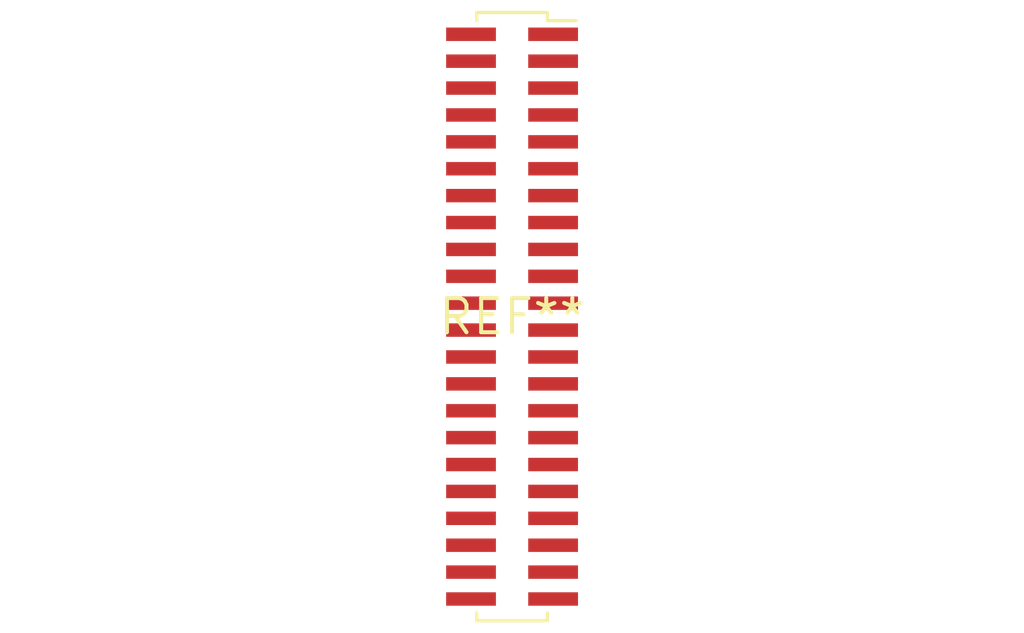
<source format=kicad_pcb>
(kicad_pcb (version 20240108) (generator pcbnew)
  (layers (0 "F.Cu" signal) (31 "B.Cu" signal) (34 "B.Paste" user) (35 "F.Paste" user) (36 "B.SilkS" user "B.Silkscreen") (37 "F.SilkS" user "F.Silkscreen") (38 "B.Mask" user) (39 "F.Mask" user) (44 "Edge.Cuts" user))
  (net 0 "")
  (footprint "PinSocket_2x22_P1.00mm_Vertical_SMD" (layer "F.Cu") (at 0 0)
    (property "Reference" "REF**")
    (property "Value" "PinSocket_2x22_P1.00mm_Vertical_SMD")
    (fp_line (start -1.31 -11.31) (end -1.31 -11.01) (layer "F.SilkS") (stroke (width 0.12)))
    (fp_line (start -1.31 -11.31) (end 1.31 -11.31) (layer "F.SilkS") (stroke (width 0.12)))
    (fp_line (start -1.31 11.01) (end -1.31 11.31) (layer "F.SilkS") (stroke (width 0.12)))
    (fp_line (start -1.31 11.31) (end 1.31 11.31) (layer "F.SilkS") (stroke (width 0.12)))
    (fp_line (start 1.31 -11.31) (end 1.31 -11.01) (layer "F.SilkS") (stroke (width 0.12)))
    (fp_line (start 1.31 -11.01) (end 2.39 -11.01) (layer "F.SilkS") (stroke (width 0.12)))
    (fp_line (start 1.31 11.01) (end 1.31 11.31) (layer "F.SilkS") (stroke (width 0.12)))
    (pad "1" smd rect (at 1.525 -10.5) (size 1.85 0.5) (layers "F.Cu" "F.Paste" "F.Mask"))
    (pad "2" smd rect (at -1.525 -10.5) (size 1.85 0.5) (layers "F.Cu" "F.Paste" "F.Mask"))
    (pad "3" smd rect (at 1.525 -9.5) (size 1.85 0.5) (layers "F.Cu" "F.Paste" "F.Mask"))
    (pad "4" smd rect (at -1.525 -9.5) (size 1.85 0.5) (layers "F.Cu" "F.Paste" "F.Mask"))
    (pad "5" smd rect (at 1.525 -8.5) (size 1.85 0.5) (layers "F.Cu" "F.Paste" "F.Mask"))
    (pad "6" smd rect (at -1.525 -8.5) (size 1.85 0.5) (layers "F.Cu" "F.Paste" "F.Mask"))
    (pad "7" smd rect (at 1.525 -7.5) (size 1.85 0.5) (layers "F.Cu" "F.Paste" "F.Mask"))
    (pad "8" smd rect (at -1.525 -7.5) (size 1.85 0.5) (layers "F.Cu" "F.Paste" "F.Mask"))
    (pad "9" smd rect (at 1.525 -6.5) (size 1.85 0.5) (layers "F.Cu" "F.Paste" "F.Mask"))
    (pad "10" smd rect (at -1.525 -6.5) (size 1.85 0.5) (layers "F.Cu" "F.Paste" "F.Mask"))
    (pad "11" smd rect (at 1.525 -5.5) (size 1.85 0.5) (layers "F.Cu" "F.Paste" "F.Mask"))
    (pad "12" smd rect (at -1.525 -5.5) (size 1.85 0.5) (layers "F.Cu" "F.Paste" "F.Mask"))
    (pad "13" smd rect (at 1.525 -4.5) (size 1.85 0.5) (layers "F.Cu" "F.Paste" "F.Mask"))
    (pad "14" smd rect (at -1.525 -4.5) (size 1.85 0.5) (layers "F.Cu" "F.Paste" "F.Mask"))
    (pad "15" smd rect (at 1.525 -3.5) (size 1.85 0.5) (layers "F.Cu" "F.Paste" "F.Mask"))
    (pad "16" smd rect (at -1.525 -3.5) (size 1.85 0.5) (layers "F.Cu" "F.Paste" "F.Mask"))
    (pad "17" smd rect (at 1.525 -2.5) (size 1.85 0.5) (layers "F.Cu" "F.Paste" "F.Mask"))
    (pad "18" smd rect (at -1.525 -2.5) (size 1.85 0.5) (layers "F.Cu" "F.Paste" "F.Mask"))
    (pad "19" smd rect (at 1.525 -1.5) (size 1.85 0.5) (layers "F.Cu" "F.Paste" "F.Mask"))
    (pad "20" smd rect (at -1.525 -1.5) (size 1.85 0.5) (layers "F.Cu" "F.Paste" "F.Mask"))
    (pad "21" smd rect (at 1.525 -0.5) (size 1.85 0.5) (layers "F.Cu" "F.Paste" "F.Mask"))
    (pad "22" smd rect (at -1.525 -0.5) (size 1.85 0.5) (layers "F.Cu" "F.Paste" "F.Mask"))
    (pad "23" smd rect (at 1.525 0.5) (size 1.85 0.5) (layers "F.Cu" "F.Paste" "F.Mask"))
    (pad "24" smd rect (at -1.525 0.5) (size 1.85 0.5) (layers "F.Cu" "F.Paste" "F.Mask"))
    (pad "25" smd rect (at 1.525 1.5) (size 1.85 0.5) (layers "F.Cu" "F.Paste" "F.Mask"))
    (pad "26" smd rect (at -1.525 1.5) (size 1.85 0.5) (layers "F.Cu" "F.Paste" "F.Mask"))
    (pad "27" smd rect (at 1.525 2.5) (size 1.85 0.5) (layers "F.Cu" "F.Paste" "F.Mask"))
    (pad "28" smd rect (at -1.525 2.5) (size 1.85 0.5) (layers "F.Cu" "F.Paste" "F.Mask"))
    (pad "29" smd rect (at 1.525 3.5) (size 1.85 0.5) (layers "F.Cu" "F.Paste" "F.Mask"))
    (pad "30" smd rect (at -1.525 3.5) (size 1.85 0.5) (layers "F.Cu" "F.Paste" "F.Mask"))
    (pad "31" smd rect (at 1.525 4.5) (size 1.85 0.5) (layers "F.Cu" "F.Paste" "F.Mask"))
    (pad "32" smd rect (at -1.525 4.5) (size 1.85 0.5) (layers "F.Cu" "F.Paste" "F.Mask"))
    (pad "33" smd rect (at 1.525 5.5) (size 1.85 0.5) (layers "F.Cu" "F.Paste" "F.Mask"))
    (pad "34" smd rect (at -1.525 5.5) (size 1.85 0.5) (layers "F.Cu" "F.Paste" "F.Mask"))
    (pad "35" smd rect (at 1.525 6.5) (size 1.85 0.5) (layers "F.Cu" "F.Paste" "F.Mask"))
    (pad "36" smd rect (at -1.525 6.5) (size 1.85 0.5) (layers "F.Cu" "F.Paste" "F.Mask"))
    (pad "37" smd rect (at 1.525 7.5) (size 1.85 0.5) (layers "F.Cu" "F.Paste" "F.Mask"))
    (pad "38" smd rect (at -1.525 7.5) (size 1.85 0.5) (layers "F.Cu" "F.Paste" "F.Mask"))
    (pad "39" smd rect (at 1.525 8.5) (size 1.85 0.5) (layers "F.Cu" "F.Paste" "F.Mask"))
    (pad "40" smd rect (at -1.525 8.5) (size 1.85 0.5) (layers "F.Cu" "F.Paste" "F.Mask"))
    (pad "41" smd rect (at 1.525 9.5) (size 1.85 0.5) (layers "F.Cu" "F.Paste" "F.Mask"))
    (pad "42" smd rect (at -1.525 9.5) (size 1.85 0.5) (layers "F.Cu" "F.Paste" "F.Mask"))
    (pad "43" smd rect (at 1.525 10.5) (size 1.85 0.5) (layers "F.Cu" "F.Paste" "F.Mask"))
    (pad "44" smd rect (at -1.525 10.5) (size 1.85 0.5) (layers "F.Cu" "F.Paste" "F.Mask"))
  )
)
</source>
